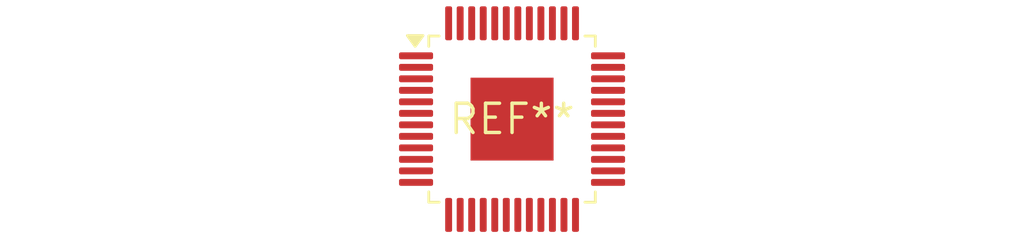
<source format=kicad_pcb>
(kicad_pcb (version 20240108) (generator pcbnew)
  (layers (0 "F.Cu" signal) (31 "B.Cu" signal) (34 "B.Paste" user) (35 "F.Paste" user) (36 "B.SilkS" user "B.Silkscreen") (37 "F.SilkS" user "F.Silkscreen") (38 "B.Mask" user) (39 "F.Mask" user) (44 "Edge.Cuts" user))
  (net 0 "")
  (footprint "LQFP-48-1EP_7x7mm_P0.5mm_EP3.6x3.6mm" (layer "F.Cu") (at 0 0)
    (property "Reference" "REF**")
    (property "Value" "LQFP-48-1EP_7x7mm_P0.5mm_EP3.6x3.6mm")
    (fp_line (start -3.61 -3.61) (end -3.61 -3.16) (layer "F.SilkS") (stroke (width 0.12)))
    (fp_line (start -3.61 3.61) (end -3.61 3.16) (layer "F.SilkS") (stroke (width 0.12)))
    (fp_line (start -3.16 -3.61) (end -3.61 -3.61) (layer "F.SilkS") (stroke (width 0.12)))
    (fp_line (start -3.16 3.61) (end -3.61 3.61) (layer "F.SilkS") (stroke (width 0.12)))
    (fp_line (start 3.16 -3.61) (end 3.61 -3.61) (layer "F.SilkS") (stroke (width 0.12)))
    (fp_line (start 3.16 3.61) (end 3.61 3.61) (layer "F.SilkS") (stroke (width 0.12)))
    (fp_line (start 3.61 -3.61) (end 3.61 -3.16) (layer "F.SilkS") (stroke (width 0.12)))
    (fp_line (start 3.61 3.61) (end 3.61 3.16) (layer "F.SilkS") (stroke (width 0.12)))
    (fp_poly (pts (xy -4.2 -3.16) (xy -4.54 -3.63) (xy -3.86 -3.63) (xy -4.2 -3.16)) (layer "F.SilkS") (stroke (width 0.12)) (fill solid))
    (pad "1" smd roundrect (at -4.1625 -2.75) (size 1.475 0.3) (layers "F.Cu" "F.Paste" "F.Mask"))
    (pad "2" smd roundrect (at -4.1625 -2.25) (size 1.475 0.3) (layers "F.Cu" "F.Paste" "F.Mask"))
    (pad "3" smd roundrect (at -4.1625 -1.75) (size 1.475 0.3) (layers "F.Cu" "F.Paste" "F.Mask"))
    (pad "4" smd roundrect (at -4.1625 -1.25) (size 1.475 0.3) (layers "F.Cu" "F.Paste" "F.Mask"))
    (pad "5" smd roundrect (at -4.1625 -0.75) (size 1.475 0.3) (layers "F.Cu" "F.Paste" "F.Mask"))
    (pad "6" smd roundrect (at -4.1625 -0.25) (size 1.475 0.3) (layers "F.Cu" "F.Paste" "F.Mask"))
    (pad "7" smd roundrect (at -4.1625 0.25) (size 1.475 0.3) (layers "F.Cu" "F.Paste" "F.Mask"))
    (pad "8" smd roundrect (at -4.1625 0.75) (size 1.475 0.3) (layers "F.Cu" "F.Paste" "F.Mask"))
    (pad "9" smd roundrect (at -4.1625 1.25) (size 1.475 0.3) (layers "F.Cu" "F.Paste" "F.Mask"))
    (pad "10" smd roundrect (at -4.1625 1.75) (size 1.475 0.3) (layers "F.Cu" "F.Paste" "F.Mask"))
    (pad "11" smd roundrect (at -4.1625 2.25) (size 1.475 0.3) (layers "F.Cu" "F.Paste" "F.Mask"))
    (pad "12" smd roundrect (at -4.1625 2.75) (size 1.475 0.3) (layers "F.Cu" "F.Paste" "F.Mask"))
    (pad "13" smd roundrect (at -2.75 4.1625) (size 0.3 1.475) (layers "F.Cu" "F.Paste" "F.Mask"))
    (pad "14" smd roundrect (at -2.25 4.1625) (size 0.3 1.475) (layers "F.Cu" "F.Paste" "F.Mask"))
    (pad "15" smd roundrect (at -1.75 4.1625) (size 0.3 1.475) (layers "F.Cu" "F.Paste" "F.Mask"))
    (pad "16" smd roundrect (at -1.25 4.1625) (size 0.3 1.475) (layers "F.Cu" "F.Paste" "F.Mask"))
    (pad "17" smd roundrect (at -0.75 4.1625) (size 0.3 1.475) (layers "F.Cu" "F.Paste" "F.Mask"))
    (pad "18" smd roundrect (at -0.25 4.1625) (size 0.3 1.475) (layers "F.Cu" "F.Paste" "F.Mask"))
    (pad "19" smd roundrect (at 0.25 4.1625) (size 0.3 1.475) (layers "F.Cu" "F.Paste" "F.Mask"))
    (pad "20" smd roundrect (at 0.75 4.1625) (size 0.3 1.475) (layers "F.Cu" "F.Paste" "F.Mask"))
    (pad "21" smd roundrect (at 1.25 4.1625) (size 0.3 1.475) (layers "F.Cu" "F.Paste" "F.Mask"))
    (pad "22" smd roundrect (at 1.75 4.1625) (size 0.3 1.475) (layers "F.Cu" "F.Paste" "F.Mask"))
    (pad "23" smd roundrect (at 2.25 4.1625) (size 0.3 1.475) (layers "F.Cu" "F.Paste" "F.Mask"))
    (pad "24" smd roundrect (at 2.75 4.1625) (size 0.3 1.475) (layers "F.Cu" "F.Paste" "F.Mask"))
    (pad "25" smd roundrect (at 4.1625 2.75) (size 1.475 0.3) (layers "F.Cu" "F.Paste" "F.Mask"))
    (pad "26" smd roundrect (at 4.1625 2.25) (size 1.475 0.3) (layers "F.Cu" "F.Paste" "F.Mask"))
    (pad "27" smd roundrect (at 4.1625 1.75) (size 1.475 0.3) (layers "F.Cu" "F.Paste" "F.Mask"))
    (pad "28" smd roundrect (at 4.1625 1.25) (size 1.475 0.3) (layers "F.Cu" "F.Paste" "F.Mask"))
    (pad "29" smd roundrect (at 4.1625 0.75) (size 1.475 0.3) (layers "F.Cu" "F.Paste" "F.Mask"))
    (pad "30" smd roundrect (at 4.1625 0.25) (size 1.475 0.3) (layers "F.Cu" "F.Paste" "F.Mask"))
    (pad "31" smd roundrect (at 4.1625 -0.25) (size 1.475 0.3) (layers "F.Cu" "F.Paste" "F.Mask"))
    (pad "32" smd roundrect (at 4.1625 -0.75) (size 1.475 0.3) (layers "F.Cu" "F.Paste" "F.Mask"))
    (pad "33" smd roundrect (at 4.1625 -1.25) (size 1.475 0.3) (layers "F.Cu" "F.Paste" "F.Mask"))
    (pad "34" smd roundrect (at 4.1625 -1.75) (size 1.475 0.3) (layers "F.Cu" "F.Paste" "F.Mask"))
    (pad "35" smd roundrect (at 4.1625 -2.25) (size 1.475 0.3) (layers "F.Cu" "F.Paste" "F.Mask"))
    (pad "36" smd roundrect (at 4.1625 -2.75) (size 1.475 0.3) (layers "F.Cu" "F.Paste" "F.Mask"))
    (pad "37" smd roundrect (at 2.75 -4.1625) (size 0.3 1.475) (layers "F.Cu" "F.Paste" "F.Mask"))
    (pad "38" smd roundrect (at 2.25 -4.1625) (size 0.3 1.475) (layers "F.Cu" "F.Paste" "F.Mask"))
    (pad "39" smd roundrect (at 1.75 -4.1625) (size 0.3 1.475) (layers "F.Cu" "F.Paste" "F.Mask"))
    (pad "40" smd roundrect (at 1.25 -4.1625) (size 0.3 1.475) (layers "F.Cu" "F.Paste" "F.Mask"))
    (pad "41" smd roundrect (at 0.75 -4.1625) (size 0.3 1.475) (layers "F.Cu" "F.Paste" "F.Mask"))
    (pad "42" smd roundrect (at 0.25 -4.1625) (size 0.3 1.475) (layers "F.Cu" "F.Paste" "F.Mask"))
    (pad "43" smd roundrect (at -0.25 -4.1625) (size 0.3 1.475) (layers "F.Cu" "F.Paste" "F.Mask"))
    (pad "44" smd roundrect (at -0.75 -4.1625) (size 0.3 1.475) (layers "F.Cu" "F.Paste" "F.Mask"))
    (pad "45" smd roundrect (at -1.25 -4.1625) (size 0.3 1.475) (layers "F.Cu" "F.Paste" "F.Mask"))
    (pad "46" smd roundrect (at -1.75 -4.1625) (size 0.3 1.475) (layers "F.Cu" "F.Paste" "F.Mask"))
    (pad "47" smd roundrect (at -2.25 -4.1625) (size 0.3 1.475) (layers "F.Cu" "F.Paste" "F.Mask"))
    (pad "48" smd roundrect (at -2.75 -4.1625) (size 0.3 1.475) (layers "F.Cu" "F.Paste" "F.Mask"))
    (pad "49" smd rect (at 0 0) (size 3.6 3.6) (property pad_prop_heatsink) (layers "F.Cu" "F.Mask"))
  )
)
</source>
